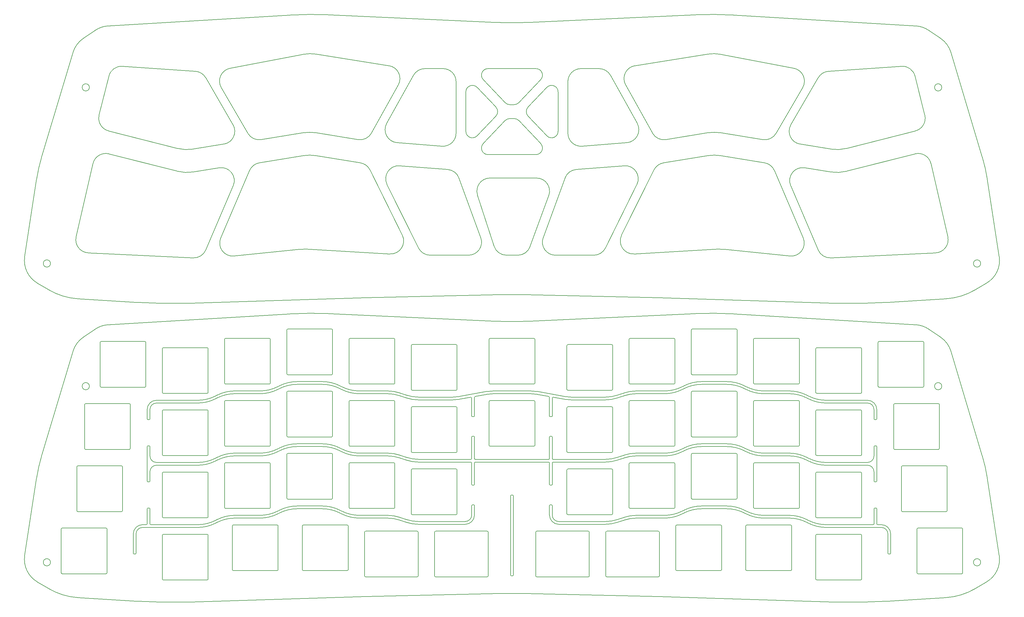
<source format=gbr>
%TF.GenerationSoftware,KiCad,Pcbnew,(6.0.7)*%
%TF.CreationDate,2022-09-18T01:13:10+03:00*%
%TF.ProjectId,tl40_fr4_gerbers,746c3430-5f66-4723-945f-676572626572,rev?*%
%TF.SameCoordinates,Original*%
%TF.FileFunction,Profile,NP*%
%FSLAX46Y46*%
G04 Gerber Fmt 4.6, Leading zero omitted, Abs format (unit mm)*
G04 Created by KiCad (PCBNEW (6.0.7)) date 2022-09-18 01:13:10*
%MOMM*%
%LPD*%
G01*
G04 APERTURE LIST*
%TA.AperFunction,Profile*%
%ADD10C,0.200000*%
%TD*%
G04 APERTURE END LIST*
D10*
X44634084Y-31544774D02*
G75*
G03*
X40479599Y-34565241I-273915J-3990610D01*
G01*
X307835818Y-59404961D02*
X298236228Y-27339701D01*
X95607695Y-15883569D02*
X40293840Y-19184208D01*
X116723240Y-54011505D02*
G75*
G03*
X120861391Y-52008377I642789J3948051D01*
G01*
X295414379Y-38015377D02*
G75*
G03*
X295414379Y-38015377I-1100000J0D01*
G01*
X120861391Y-52008377D02*
X129065815Y-37263667D01*
X87112820Y-54020463D02*
X100017178Y-51919369D01*
X146745606Y-36267877D02*
G75*
G03*
X142745628Y-32267877I-3999977J23D01*
G01*
X75659268Y-55396875D02*
X66312691Y-56918689D01*
X22595629Y-91950377D02*
G75*
G03*
X22595629Y-91950377I-1100000J0D01*
G01*
X167874986Y-101507539D02*
X208658129Y-102417877D01*
X307320629Y-91950377D02*
G75*
G03*
X307320629Y-91950377I-1100000J0D01*
G01*
X227834110Y-27899987D02*
G75*
G03*
X223693683Y-27836028I-2252781J-11786667D01*
G01*
X227699080Y-51919369D02*
G75*
G03*
X223842178Y-51919369I-1928451J-11844010D01*
G01*
X240603439Y-54020463D02*
X227699080Y-51919369D01*
X240603435Y-54020490D02*
G75*
G03*
X244704305Y-52082899I642794J3948036D01*
G01*
X142432365Y-56029068D02*
G75*
G03*
X146745629Y-52041327I313264J3987714D01*
G01*
X103874080Y-51919369D02*
X116723245Y-54011476D01*
X19880444Y-59404961D02*
G75*
G03*
X18363142Y-66130657I47899385J-14339993D01*
G01*
X313004042Y-89825168D02*
X309353116Y-66130657D01*
X70112363Y-35055203D02*
X78474500Y-49438418D01*
X223842178Y-51919369D02*
X210993013Y-54011476D01*
X206854893Y-52008363D02*
G75*
G03*
X210993013Y-54011476I3495336J1944909D01*
G01*
X309353123Y-66130656D02*
G75*
G03*
X307835818Y-59404961I-49416594J-7614298D01*
G01*
X83011978Y-52082885D02*
G75*
G03*
X87112820Y-54020463I3458051J2010431D01*
G01*
X70112376Y-35055195D02*
G75*
G03*
X66928228Y-33075039I-3458047J-2010459D01*
G01*
X158325558Y-18107528D02*
X108288085Y-15798106D01*
X119058129Y-102417877D02*
X159841272Y-101507539D01*
X103874080Y-51919369D02*
G75*
G03*
X100017178Y-51919369I-1928451J-11844010D01*
G01*
X18363142Y-66130657D02*
X14712215Y-89825169D01*
X167874986Y-101507539D02*
G75*
G03*
X159841272Y-101507539I-4016857J-179956842D01*
G01*
X31012762Y-102762201D02*
X48786581Y-103855974D01*
X34501879Y-38015377D02*
G75*
G03*
X34501879Y-38015377I-1100000J0D01*
G01*
X104022575Y-27836027D02*
G75*
G03*
X99882148Y-27899986I-1887646J-11850627D01*
G01*
X18535890Y-97923062D02*
X22033663Y-99998977D01*
X126199702Y-31368555D02*
X104022575Y-27836028D01*
X44634084Y-31544773D02*
X66928228Y-33075039D01*
X137197442Y-32267877D02*
X142745628Y-32267877D01*
X14712215Y-89825169D02*
G75*
G03*
X18535890Y-97923062I7906692J-1218287D01*
G01*
X232108563Y-15883570D02*
G75*
G03*
X219428173Y-15798106I-7147834J-119787184D01*
G01*
X142432367Y-56029042D02*
X128707277Y-54950844D01*
X125525210Y-49018218D02*
X133702114Y-34322966D01*
X32647794Y-23017111D02*
G75*
G03*
X29480030Y-27339701I4496165J-6616993D01*
G01*
X40293840Y-19184216D02*
G75*
G03*
X36274202Y-20553014I476489J-7985738D01*
G01*
X108288085Y-15798105D02*
G75*
G03*
X95607695Y-15883569I-5532556J-119872649D01*
G01*
X36274202Y-20553014D02*
X32647794Y-23017111D01*
X158325558Y-18107528D02*
G75*
G03*
X169390701Y-18107528I5532572J119872201D01*
G01*
X29480030Y-27339701D02*
X19880440Y-59404960D01*
X287422418Y-19184208D02*
X232108563Y-15883569D01*
X37495510Y-46501597D02*
X40479599Y-34565241D01*
X137197442Y-32267877D02*
G75*
G03*
X133702114Y-34322966I-13J-3999977D01*
G01*
X146745628Y-36267877D02*
X146745629Y-52041327D01*
X99882148Y-27899986D02*
X77589712Y-32160737D01*
X219428173Y-15798106D02*
X169390701Y-18107528D01*
X37495514Y-46501598D02*
G75*
G03*
X40389120Y-51348067I3880565J-970146D01*
G01*
X129065839Y-37263680D02*
G75*
G03*
X126199702Y-31368555I-3495310J1944926D01*
G01*
X75659268Y-55396874D02*
G75*
G03*
X78474500Y-49438418I-642839J3948020D01*
G01*
X309180372Y-97923069D02*
G75*
G03*
X313004042Y-89825168I-4083043J6879615D01*
G01*
X77589723Y-32160796D02*
G75*
G03*
X74882590Y-38100065I750906J-3928858D01*
G01*
X125525216Y-49018221D02*
G75*
G03*
X128707277Y-54950844I3495323J-1944913D01*
G01*
X22033664Y-99998975D02*
G75*
G03*
X31012762Y-102762201I10207555J17199041D01*
G01*
X61423361Y-56703639D02*
X40389120Y-51348067D01*
X61423360Y-56703643D02*
G75*
G03*
X66312691Y-56918689I2960869J11628989D01*
G01*
X74882590Y-38100065D02*
X83011953Y-52082899D01*
X40498187Y-58375837D02*
X61423361Y-63703639D01*
X287236677Y-34565236D02*
G75*
G03*
X283082175Y-31544773I-3880548J-970118D01*
G01*
X78538211Y-68151203D02*
X70138183Y-87813051D01*
X78538213Y-68151204D02*
G75*
G03*
X74217022Y-62631702I-3678374J1571490D01*
G01*
X202191048Y-49018218D02*
X194014144Y-34322966D01*
X266292897Y-56703639D02*
X287327138Y-51348067D01*
X260788031Y-33075055D02*
G75*
G03*
X257603896Y-35055203I273898J-3990599D01*
G01*
X100665730Y-87567119D02*
X126479437Y-89029304D01*
X135237574Y-87193002D02*
G75*
G03*
X138822126Y-89417877I3584555J1775148D01*
G01*
X144184398Y-63166675D02*
X129520566Y-62014733D01*
X257603896Y-35055203D02*
X249241758Y-49438418D01*
X228962188Y-87611435D02*
G75*
G03*
X227050528Y-87567119I-1233059J-11936619D01*
G01*
X199008984Y-54950873D02*
G75*
G03*
X202191048Y-49018218I-313255J3987719D01*
G01*
X287218071Y-58375837D02*
X266292897Y-63703639D01*
X103874080Y-58919369D02*
G75*
G03*
X100017178Y-58919369I-1928451J-11844010D01*
G01*
X252833720Y-38100095D02*
G75*
G03*
X250126546Y-32160737I-3458091J2010441D01*
G01*
X292103495Y-61356676D02*
G75*
G03*
X287218071Y-58375837I-3898466J-895478D01*
G01*
X297259705Y-83803965D02*
X292103504Y-61356674D01*
X293553144Y-88694849D02*
G75*
G03*
X297259705Y-83803965I-191915J3995395D01*
G01*
X261448359Y-90236953D02*
X293553144Y-88694848D01*
X201516560Y-31368582D02*
G75*
G03*
X198650443Y-37263667I629169J-3950172D01*
G01*
X74715146Y-84121873D02*
X83531358Y-63485867D01*
X138822126Y-89417877D02*
X150549051Y-89417877D01*
X185283891Y-56029042D02*
X199008982Y-54950844D01*
X74715144Y-84121872D02*
G75*
G03*
X78804525Y-89672192I3678385J-1571482D01*
G01*
X201516556Y-31368555D02*
X223693683Y-27836028D01*
X290220749Y-46501597D02*
X287236659Y-34565241D01*
X100665730Y-87567114D02*
G75*
G03*
X98754070Y-87611430I-678601J-11980940D01*
G01*
X130290192Y-83260585D02*
X120408052Y-63305355D01*
X86566912Y-61109348D02*
X100017178Y-58919369D01*
X129520567Y-62014719D02*
G75*
G03*
X125622762Y-67777569I-313238J-3987735D01*
G01*
X125622762Y-67777569D02*
X135237583Y-87192998D01*
X154305798Y-84044249D02*
X147627883Y-65780762D01*
X257578057Y-87813059D02*
G75*
G03*
X261448359Y-90236953I3678372J1571505D01*
G01*
X261403567Y-63918689D02*
X253499236Y-62631702D01*
X227834110Y-27899986D02*
X250126546Y-32160737D01*
X66267900Y-90236933D02*
G75*
G03*
X70138183Y-87813051I191929J3995379D01*
G01*
X180970630Y-36267877D02*
X180970629Y-52041327D01*
X194014144Y-34322966D02*
G75*
G03*
X190518816Y-32267877I-3495315J-1944888D01*
G01*
X180970655Y-52041327D02*
G75*
G03*
X185283891Y-56029042I3999974J-27D01*
G01*
X40498189Y-58375828D02*
G75*
G03*
X35612754Y-61356674I-986960J-3876326D01*
G01*
X66267899Y-90236953D02*
X34163114Y-88694848D01*
X283082175Y-31544773D02*
X260788030Y-33075039D01*
X66312691Y-63918689D02*
X74217022Y-62631702D01*
X86566912Y-61109346D02*
G75*
G03*
X83531358Y-63485867I642817J-3948008D01*
G01*
X78804525Y-89672192D02*
X98754070Y-87611430D01*
X126479432Y-89029393D02*
G75*
G03*
X130290192Y-83260585I226197J3993639D01*
G01*
X120408055Y-63305354D02*
G75*
G03*
X117466327Y-61132465I-3584526J-1775100D01*
G01*
X150549051Y-89417867D02*
G75*
G03*
X154305798Y-84044249I-22J4000013D01*
G01*
X249241758Y-49438418D02*
G75*
G03*
X252056990Y-55396875I3458071J-2010436D01*
G01*
X252056990Y-55396875D02*
X261403567Y-56918689D01*
X30456554Y-83803965D02*
G75*
G03*
X34163114Y-88694848I3898475J-895489D01*
G01*
X261403568Y-63918685D02*
G75*
G03*
X266292897Y-63703639I1928461J11844031D01*
G01*
X190518816Y-32267877D02*
X184970630Y-32267877D01*
X30456553Y-83803965D02*
X35612754Y-61356674D01*
X103874080Y-58919369D02*
X117466327Y-61132465D01*
X61423360Y-63703643D02*
G75*
G03*
X66312691Y-63918689I2960869J11628989D01*
G01*
X147627855Y-65780772D02*
G75*
G03*
X144184398Y-63166675I-3756726J-1373582D01*
G01*
X227699080Y-58919369D02*
G75*
G03*
X223842178Y-58919369I-1928451J-11844010D01*
G01*
X184970630Y-32267855D02*
G75*
G03*
X180970630Y-36267877I-1J-3999999D01*
G01*
X206854868Y-52008377D02*
X198650443Y-37263667D01*
X252833669Y-38100065D02*
X244704305Y-52082899D01*
X287327151Y-51348119D02*
G75*
G03*
X290220749Y-46501597I-987022J3876365D01*
G01*
X261403568Y-56918685D02*
G75*
G03*
X266292897Y-56703639I1928461J11844031D01*
G01*
X161766713Y-42692555D02*
G75*
G03*
X163216961Y-43315306I1450216J1377201D01*
G01*
X172642012Y-55228158D02*
X165949542Y-48180728D01*
X171191747Y-58605377D02*
X156524386Y-58605377D01*
X223842178Y-58919369D02*
X210249931Y-61132465D01*
X163216961Y-43315306D02*
X164499288Y-43315306D01*
X197426064Y-83260584D02*
G75*
G03*
X201236821Y-89029304I3584545J-1775120D01*
G01*
X165949518Y-48180751D02*
G75*
G03*
X164499278Y-47557947I-1450289J-1377203D01*
G01*
X155074127Y-55228141D02*
G75*
G03*
X156524386Y-58605377I1450302J-1377213D01*
G01*
X253001112Y-84121873D02*
X244184900Y-63485867D01*
X253499229Y-62631748D02*
G75*
G03*
X249178047Y-68151203I-642800J-3948006D01*
G01*
X188894132Y-89417867D02*
G75*
G03*
X192478675Y-87192998I-3J4000013D01*
G01*
X183531858Y-63166646D02*
G75*
G03*
X180088375Y-65780762I313271J-3987708D01*
G01*
X241149346Y-61109348D02*
X227699080Y-58919369D01*
X244184898Y-63485868D02*
G75*
G03*
X241149346Y-61109348I-3678369J-1571486D01*
G01*
X227050528Y-87567119D02*
X201236821Y-89029304D01*
X197426066Y-83260585D02*
X207308206Y-63305355D01*
X210249931Y-61132468D02*
G75*
G03*
X207308206Y-63305355I642798J-3947986D01*
G01*
X188894132Y-89417877D02*
X177167207Y-89417877D01*
X183531860Y-63166675D02*
X198195692Y-62014733D01*
X171191747Y-58605351D02*
G75*
G03*
X172642012Y-55228158I-18J1999997D01*
G01*
X172642140Y-35645187D02*
G75*
G03*
X171191824Y-32267911I-1450311J1377233D01*
G01*
X165949541Y-42692537D02*
X172642092Y-35645142D01*
X161766717Y-48180716D02*
X155074133Y-55228146D01*
X163216971Y-47557947D02*
X164499278Y-47557947D01*
X164499288Y-43315291D02*
G75*
G03*
X165949541Y-42692537I41J1999937D01*
G01*
X155074164Y-35645265D02*
X161766719Y-42692549D01*
X173410451Y-84044246D02*
G75*
G03*
X177167207Y-89417877I3756778J-1373608D01*
G01*
X202093483Y-67777563D02*
G75*
G03*
X198195692Y-62014733I-3584554J1775109D01*
G01*
X202093496Y-67777569D02*
X192478675Y-87192998D01*
X173410460Y-84044249D02*
X180088375Y-65780762D01*
X248911733Y-89672190D02*
G75*
G03*
X253001112Y-84121873I410996J3978836D01*
G01*
X248911733Y-89672192D02*
X228962188Y-87611430D01*
X249178047Y-68151203D02*
X257578075Y-87813051D01*
X156524390Y-32268059D02*
G75*
G03*
X155074164Y-35645265I39J-1999995D01*
G01*
X156524390Y-32268022D02*
X171191824Y-32267911D01*
X262199929Y-104106399D02*
G75*
G03*
X278929677Y-103855974I5673700J179910145D01*
G01*
X278929677Y-103855974D02*
X296703496Y-102762201D01*
X298236213Y-27339706D02*
G75*
G03*
X295068463Y-23017111I-7663884J-2294348D01*
G01*
X295068463Y-23017111D02*
X291442056Y-20553013D01*
X291442060Y-20553007D02*
G75*
G03*
X287422418Y-19184208I-4496131J-6616947D01*
G01*
X65516329Y-104106395D02*
X119058129Y-102417877D01*
X305682593Y-99998977D02*
X309180368Y-97923062D01*
X208658129Y-102417877D02*
X262199929Y-104106395D01*
X296703496Y-102762209D02*
G75*
G03*
X305682593Y-99998977I-1228467J19962255D01*
G01*
X48786581Y-103855970D02*
G75*
G03*
X65516329Y-104106395I11056048J179659716D01*
G01*
X165649197Y-89417831D02*
G75*
G03*
X169405943Y-86791505I32J3999977D01*
G01*
X153195882Y-52850869D02*
X158928912Y-46813869D01*
X149745640Y-51473637D02*
G75*
G03*
X153195882Y-52850869I1999989J-17D01*
G01*
X149745629Y-51473637D02*
X149745629Y-39399737D01*
X177970655Y-39399675D02*
G75*
G03*
X174520336Y-38022427I-2000026J21D01*
G01*
X177970490Y-51473635D02*
X177970589Y-39399675D01*
X175123562Y-71154396D02*
G75*
G03*
X171366798Y-65780762I-3756733J1373642D01*
G01*
X158928901Y-44059395D02*
X153195871Y-38022494D01*
X168787313Y-46813857D02*
X174520225Y-52850837D01*
X158375184Y-86648494D02*
X153319133Y-71011379D01*
X163216971Y-47557979D02*
G75*
G03*
X161766717Y-48180716I-42J-1999975D01*
G01*
X158928928Y-46813885D02*
G75*
G03*
X158928901Y-44059395I-1450299J1377231D01*
G01*
X175123545Y-71154390D02*
X169405943Y-86791505D01*
X157125126Y-65780749D02*
G75*
G03*
X153319133Y-71011379I3J-4000005D01*
G01*
X165649197Y-89417877D02*
X162181177Y-89417877D01*
X168787340Y-44059422D02*
G75*
G03*
X168787313Y-46813857I1450289J-1377232D01*
G01*
X158375126Y-86648513D02*
G75*
G03*
X162181177Y-89417877I3806003J1230659D01*
G01*
X174520336Y-38022427D02*
X168787324Y-44059407D01*
X153195862Y-38022502D02*
G75*
G03*
X149745629Y-39399737I-1450233J-1377252D01*
G01*
X157125126Y-65780763D02*
X171366798Y-65780762D01*
X174520256Y-52850808D02*
G75*
G03*
X177970490Y-51473635I1450273J1377154D01*
G01*
X295414379Y-129537754D02*
G75*
G03*
X295414379Y-129537754I-1100000J0D01*
G01*
X34501879Y-129537754D02*
G75*
G03*
X34501879Y-129537754I-1100000J0D01*
G01*
X307320629Y-183472754D02*
G75*
G03*
X307320629Y-183472754I-1100000J0D01*
G01*
X22595629Y-183472754D02*
G75*
G03*
X22595629Y-183472754I-1100000J0D01*
G01*
X274420629Y-171942754D02*
G75*
G03*
X274670629Y-171692754I0J250000D01*
G01*
X274420629Y-171942754D02*
X260032544Y-171942754D01*
X274670629Y-167092755D02*
X274670629Y-171692754D01*
X275520629Y-171692754D02*
G75*
G03*
X275770629Y-171942754I250000J0D01*
G01*
X275520629Y-171692754D02*
X275520629Y-167092755D01*
X276923754Y-171942754D02*
X275770629Y-171942754D01*
X276923754Y-172792754D02*
X260032544Y-172792754D01*
X279773729Y-174792754D02*
G75*
G03*
X276923754Y-171942754I-2850000J0D01*
G01*
X278923748Y-174792735D02*
G75*
G03*
X276923754Y-172792735I-2000019J-19D01*
G01*
X278923754Y-180690254D02*
X278923754Y-174792735D01*
X279773754Y-180690254D02*
X279773754Y-174792754D01*
X279523754Y-180940279D02*
G75*
G03*
X279773754Y-180690254I-25J250025D01*
G01*
X279523754Y-180940254D02*
X279173754Y-180940254D01*
X278923729Y-180690254D02*
G75*
G03*
X279173754Y-180940254I250000J0D01*
G01*
X50792504Y-171942729D02*
G75*
G03*
X47942504Y-174792735I25J-2850025D01*
G01*
X47942504Y-180690254D02*
X47942504Y-174792735D01*
X50792504Y-171942735D02*
X51945631Y-171942735D01*
X50792504Y-172792729D02*
G75*
G03*
X48792504Y-174792754I25J-2000025D01*
G01*
X48792504Y-180690254D02*
X48792504Y-174792754D01*
X50792504Y-172792754D02*
X67683716Y-172792754D01*
X53045629Y-171692754D02*
G75*
G03*
X53295631Y-171942754I250000J0D01*
G01*
X53295631Y-171942754D02*
X67683716Y-171942754D01*
X53045631Y-167092750D02*
X53045631Y-171692754D01*
X51945631Y-171942756D02*
G75*
G03*
X52195631Y-171692735I-2J250002D01*
G01*
X52195631Y-167092750D02*
X52195631Y-171692735D01*
X48542504Y-180940229D02*
G75*
G03*
X48792504Y-180690254I25J249975D01*
G01*
X48542504Y-180940254D02*
X48192504Y-180940254D01*
X47942529Y-180690254D02*
G75*
G03*
X48192504Y-180940254I250000J0D01*
G01*
X171629037Y-131181180D02*
X179899722Y-132694328D01*
X147816539Y-132694328D02*
X156087220Y-131181180D01*
X53045635Y-155742754D02*
X53045635Y-158592753D01*
X53045635Y-148042754D02*
X53045635Y-150892754D01*
X52445635Y-147792760D02*
G75*
G03*
X52195635Y-148042754I-6J-249994D01*
G01*
X52195635Y-148042754D02*
X52195635Y-158592753D01*
X52795635Y-147792754D02*
X52445635Y-147792754D01*
X53045629Y-148042754D02*
G75*
G03*
X52795635Y-147792754I-250000J0D01*
G01*
X52795635Y-158842760D02*
G75*
G03*
X53045635Y-158592753I-6J250006D01*
G01*
X52795635Y-158842753D02*
X52445635Y-158842753D01*
X52195630Y-158592753D02*
G75*
G03*
X52445635Y-158842753I249999J-1D01*
G01*
X55045634Y-153742771D02*
G75*
G03*
X53045646Y-155742766I-5J-1999983D01*
G01*
X53045629Y-150892754D02*
G75*
G03*
X55045634Y-152892754I2000000J0D01*
G01*
X67683718Y-153742754D02*
X55045631Y-153742754D01*
X55045631Y-152892754D02*
X67683718Y-152892754D01*
X52445631Y-166842756D02*
G75*
G03*
X52195631Y-167092750I-2J-249998D01*
G01*
X52445631Y-166842750D02*
X52795631Y-166842750D01*
X53045633Y-167092750D02*
G75*
G03*
X52795631Y-166842750I-250004J-4D01*
G01*
X176189380Y-166140253D02*
X176189380Y-168990254D01*
X274670629Y-155742754D02*
X274670629Y-158592753D01*
X274670629Y-148042755D02*
X274670629Y-150892754D01*
X274670629Y-136692754D02*
X274670629Y-139542753D01*
X52195629Y-136692754D02*
X52195629Y-139542747D01*
X52195636Y-139542747D02*
G75*
G03*
X52445629Y-139792747I249993J-7D01*
G01*
X52445629Y-139792747D02*
X52795629Y-139792747D01*
X52795629Y-139792754D02*
G75*
G03*
X53045629Y-139542747I0J250000D01*
G01*
X53045629Y-136692748D02*
X53045629Y-139542747D01*
X55045636Y-134692754D02*
G75*
G03*
X53045629Y-136692748I-7J-2000000D01*
G01*
X55045629Y-133842754D02*
G75*
G03*
X52195629Y-136692754I0J-2850000D01*
G01*
X67683719Y-134692754D02*
X55045633Y-134692754D01*
X55045633Y-133842754D02*
X67683719Y-133842754D01*
X175089380Y-151940205D02*
G75*
G03*
X175339380Y-151690254I49J249951D01*
G01*
X175339380Y-149940254D02*
X175339380Y-151690254D01*
X173339380Y-151940254D02*
X175089380Y-151940254D01*
X175339430Y-153040253D02*
G75*
G03*
X175089380Y-152790253I-250001J-1D01*
G01*
X175089380Y-152790253D02*
X173339380Y-152790253D01*
X175339380Y-153040253D02*
X175339380Y-154790254D01*
X176439380Y-152790305D02*
G75*
G03*
X176189380Y-153040254I-51J-249949D01*
G01*
X176189380Y-154790254D02*
X176189380Y-153040254D01*
X178189380Y-152790254D02*
X176439380Y-152790254D01*
X176189329Y-151690254D02*
G75*
G03*
X176439380Y-151940254I250000J0D01*
G01*
X176189380Y-149940254D02*
X176189380Y-151690254D01*
X176439380Y-151940254D02*
X178189380Y-151940254D01*
X151526830Y-153040253D02*
G75*
G03*
X151276879Y-152790253I-250001J-1D01*
G01*
X151526879Y-154790253D02*
X151526879Y-153040253D01*
X149526879Y-152790253D02*
X151276879Y-152790253D01*
X152626879Y-152790304D02*
G75*
G03*
X152376879Y-153040253I-50J-249950D01*
G01*
X152376879Y-154790253D02*
X152376879Y-153040253D01*
X152626879Y-152790253D02*
X154376879Y-152790253D01*
X152376829Y-151690254D02*
G75*
G03*
X152626879Y-151940254I250000J0D01*
G01*
X152626879Y-151940254D02*
X154376879Y-151940254D01*
X152376879Y-151690254D02*
X152376879Y-149940254D01*
X151276879Y-151940204D02*
G75*
G03*
X151526879Y-151690254I50J249950D01*
G01*
X149526879Y-151940254D02*
X151276879Y-151940254D01*
X151526879Y-149940256D02*
X151526879Y-151690254D01*
X151526879Y-145137756D02*
X151526879Y-149940256D01*
X67683717Y-153742749D02*
G75*
G03*
X73099501Y-152451129I12J11999995D01*
G01*
X73641760Y-152176879D02*
X73099501Y-152451129D01*
X79057544Y-150885260D02*
G75*
G03*
X73641760Y-152176879I-15J-11999994D01*
G01*
X86733715Y-150885254D02*
X79057544Y-150885254D01*
X176189380Y-154790254D02*
X176189380Y-159592753D01*
X178189380Y-152790254D02*
X192402063Y-152790253D01*
X178189380Y-151940254D02*
X192402063Y-151940254D01*
X176189380Y-145137754D02*
X176189380Y-149940254D01*
X179899722Y-133544325D02*
G75*
G03*
X182059315Y-133740254I2159607J11804071D01*
G01*
X192402062Y-133740254D02*
X182059315Y-133740254D01*
X176484371Y-132919479D02*
X179899722Y-133544328D01*
X179899722Y-132694325D02*
G75*
G03*
X182059314Y-132890254I2159607J11804071D01*
G01*
X182059314Y-132890254D02*
X192402062Y-132890254D01*
X171629038Y-132031183D02*
G75*
G03*
X169469445Y-131835254I-2159609J-11804071D01*
G01*
X171629039Y-132031180D02*
X175134371Y-132672492D01*
X169469445Y-131835254D02*
X158246813Y-131835254D01*
X171629036Y-131181183D02*
G75*
G03*
X169469446Y-130985254I-2159607J-11804071D01*
G01*
X158246813Y-130985254D02*
X169469446Y-130985254D01*
X158246813Y-131835251D02*
G75*
G03*
X156087221Y-132031180I16J-12000003D01*
G01*
X152581887Y-132672492D02*
X156087221Y-132031180D01*
X158246813Y-130985251D02*
G75*
G03*
X156087220Y-131181180I16J-12000003D01*
G01*
X145656946Y-133740257D02*
G75*
G03*
X147816540Y-133544328I-17J12000003D01*
G01*
X147816540Y-133544328D02*
X151231887Y-132919479D01*
X145656946Y-133740254D02*
X135314196Y-133740254D01*
X145656946Y-132890257D02*
G75*
G03*
X147816539Y-132694328I-17J12000003D01*
G01*
X135314196Y-132890254D02*
X145656946Y-132890254D01*
X151526778Y-133165397D02*
G75*
G03*
X151231887Y-132919479I-249949J43D01*
G01*
X151526879Y-138637754D02*
X151526879Y-133165397D01*
X152581887Y-132672494D02*
G75*
G03*
X152376879Y-132918410I45042J-245960D01*
G01*
X152376879Y-138637754D02*
X152376879Y-132918410D01*
X175339381Y-132918410D02*
G75*
G03*
X175134371Y-132672492I-250052J-44D01*
G01*
X175339379Y-138637754D02*
X175339379Y-132918410D01*
X176484389Y-132919379D02*
G75*
G03*
X176189379Y-133165397I-44960J-245975D01*
G01*
X176189379Y-138637754D02*
X176189379Y-133165397D01*
X175339380Y-154790253D02*
X175339380Y-159592753D01*
X173339380Y-152790253D02*
X154376879Y-152790253D01*
X154376879Y-151940254D02*
X173339380Y-151940254D01*
X175339380Y-145137754D02*
X175339380Y-149940254D01*
X152376879Y-145137754D02*
X152376879Y-149940254D01*
X152376879Y-154790253D02*
X152376879Y-159592753D01*
X151526879Y-154790253D02*
X151526879Y-159592753D01*
X135314197Y-152790254D02*
X149526879Y-152790253D01*
X135314196Y-151940254D02*
X149526879Y-151940254D01*
X164283130Y-163116503D02*
X164283129Y-187390255D01*
X163433130Y-163116503D02*
X163433129Y-187390255D01*
X163683130Y-162866455D02*
G75*
G03*
X163433130Y-163116503I-1J-249999D01*
G01*
X163683130Y-162866503D02*
X164033130Y-162866503D01*
X164283180Y-163116503D02*
G75*
G03*
X164033130Y-162866503I-250051J-51D01*
G01*
X163433128Y-187390255D02*
G75*
G03*
X163683129Y-187640255I250001J1D01*
G01*
X163683129Y-187640255D02*
X164033129Y-187640255D01*
X164033129Y-187640254D02*
G75*
G03*
X164283129Y-187390255I0J250000D01*
G01*
X192402061Y-171840254D02*
X178189380Y-171840254D01*
X178189380Y-170990254D02*
X192402061Y-170990254D01*
X175589380Y-165890305D02*
G75*
G03*
X175339380Y-166140253I-51J-249949D01*
G01*
X175339380Y-168990254D02*
X175339380Y-166140253D01*
X175589380Y-165890253D02*
X175939380Y-165890253D01*
X176189430Y-166140253D02*
G75*
G03*
X175939380Y-165890253I-250001J-1D01*
G01*
X176189429Y-168990254D02*
G75*
G03*
X178189380Y-170990254I2000000J0D01*
G01*
X175339429Y-168990254D02*
G75*
G03*
X178189380Y-171840254I2850000J0D01*
G01*
X175339329Y-138637754D02*
G75*
G03*
X175589379Y-138887754I250000J0D01*
G01*
X175589379Y-138887754D02*
X175939379Y-138887754D01*
X175939379Y-138887704D02*
G75*
G03*
X176189379Y-138637754I50J249950D01*
G01*
X175339330Y-159592753D02*
G75*
G03*
X175589380Y-159842753I249999J-1D01*
G01*
X175589380Y-159842753D02*
X175939380Y-159842753D01*
X175939380Y-159842705D02*
G75*
G03*
X176189380Y-159592753I49J249951D01*
G01*
X175589380Y-144887805D02*
G75*
G03*
X175339380Y-145137754I-51J-249949D01*
G01*
X175589380Y-144887754D02*
X175939380Y-144887754D01*
X176189429Y-145137754D02*
G75*
G03*
X175939380Y-144887754I-250000J0D01*
G01*
X149526879Y-171840254D02*
X135314196Y-171840254D01*
X135314196Y-170990254D02*
X149526879Y-170990254D01*
X151776879Y-165890304D02*
G75*
G03*
X151526879Y-166140255I-50J-249950D01*
G01*
X151526879Y-166140255D02*
X151526879Y-168990254D01*
X151776879Y-165890255D02*
X152126879Y-165890255D01*
X152376928Y-166140255D02*
G75*
G03*
X152126879Y-165890255I-249999J1D01*
G01*
X152376879Y-166140255D02*
X152376879Y-168990254D01*
X149526879Y-170990204D02*
G75*
G03*
X151526879Y-168990254I50J1999950D01*
G01*
X149526879Y-171840304D02*
G75*
G03*
X152376879Y-168990254I-50J2850050D01*
G01*
X151526830Y-159592753D02*
G75*
G03*
X151776879Y-159842753I249999J-1D01*
G01*
X151776879Y-159842753D02*
X152126879Y-159842753D01*
X152126879Y-159842704D02*
G75*
G03*
X152376879Y-159592753I50J249950D01*
G01*
X151526829Y-138637754D02*
G75*
G03*
X151776879Y-138887754I250000J0D01*
G01*
X151776879Y-138887754D02*
X152126879Y-138887754D01*
X152126879Y-138887704D02*
G75*
G03*
X152376879Y-138637754I50J249950D01*
G01*
X151776879Y-144887804D02*
G75*
G03*
X151526879Y-145137754I-50J-249950D01*
G01*
X151776879Y-144887754D02*
X152126879Y-144887754D01*
X152376929Y-145137754D02*
G75*
G03*
X152126879Y-144887754I-250000J0D01*
G01*
X192876879Y-187940254D02*
X208658129Y-187940254D01*
X192876879Y-173940254D02*
X208658129Y-173940254D01*
X187226879Y-187940254D02*
X171445629Y-187940254D01*
X171445629Y-173940254D02*
X187226879Y-173940254D01*
X140489379Y-187940254D02*
X156270629Y-187940254D01*
X140489379Y-173940254D02*
X156270629Y-173940254D01*
X134839379Y-187940254D02*
X119058129Y-187940254D01*
X119058129Y-173940254D02*
X134839379Y-173940254D01*
X70545629Y-188892754D02*
G75*
G03*
X70845629Y-188592754I0J300000D01*
G01*
X56845629Y-188592754D02*
G75*
G03*
X57145629Y-188892754I300000J0D01*
G01*
X70845629Y-175192754D02*
G75*
G03*
X70545629Y-174892754I-300000J0D01*
G01*
X57145629Y-174892754D02*
G75*
G03*
X56845629Y-175192754I0J-300000D01*
G01*
X70845629Y-175192754D02*
X70845629Y-188592754D01*
X56845629Y-175192754D02*
X56845629Y-188592754D01*
X57145629Y-188892754D02*
X70545629Y-188892754D01*
X57145629Y-174892754D02*
X70545629Y-174892754D01*
X270570629Y-188892754D02*
G75*
G03*
X270870629Y-188592754I0J300000D01*
G01*
X256870629Y-188592754D02*
G75*
G03*
X257170629Y-188892754I300000J0D01*
G01*
X270870629Y-175192754D02*
G75*
G03*
X270570629Y-174892754I-300000J0D01*
G01*
X257170629Y-174892754D02*
G75*
G03*
X256870629Y-175192754I0J-300000D01*
G01*
X270870629Y-175192754D02*
X270870629Y-188592754D01*
X256870629Y-175192754D02*
X256870629Y-188592754D01*
X257170629Y-188892754D02*
X270570629Y-188892754D01*
X257170629Y-174892754D02*
X270570629Y-174892754D01*
X208658129Y-187940254D02*
G75*
G03*
X208958129Y-187640254I0J300000D01*
G01*
X208958129Y-174240254D02*
G75*
G03*
X208658129Y-173940254I-300000J0D01*
G01*
X208958129Y-174240254D02*
X208958129Y-187640254D01*
X192576929Y-187640254D02*
G75*
G03*
X192876879Y-187940254I300000J0D01*
G01*
X192876879Y-173940204D02*
G75*
G03*
X192576879Y-174240254I50J-300050D01*
G01*
X192576879Y-174240254D02*
X192576879Y-187640254D01*
X187226879Y-187940304D02*
G75*
G03*
X187526879Y-187640254I-50J300050D01*
G01*
X187526829Y-174240254D02*
G75*
G03*
X187226879Y-173940254I-300000J0D01*
G01*
X187526879Y-174240254D02*
X187526879Y-187640254D01*
X171145629Y-187640254D02*
G75*
G03*
X171445629Y-187940254I300000J0D01*
G01*
X171445629Y-173940254D02*
G75*
G03*
X171145629Y-174240254I0J-300000D01*
G01*
X171145629Y-174240254D02*
X171145629Y-187640254D01*
X156270629Y-187940254D02*
G75*
G03*
X156570629Y-187640254I0J300000D01*
G01*
X156570629Y-174240254D02*
G75*
G03*
X156270629Y-173940254I-300000J0D01*
G01*
X156570629Y-174240254D02*
X156570629Y-187640254D01*
X140189429Y-187640254D02*
G75*
G03*
X140489379Y-187940254I300000J0D01*
G01*
X140489379Y-173940204D02*
G75*
G03*
X140189379Y-174240254I50J-300050D01*
G01*
X140189379Y-174240254D02*
X140189379Y-187640254D01*
X134839379Y-187940304D02*
G75*
G03*
X135139379Y-187640254I-50J300050D01*
G01*
X135139329Y-174240254D02*
G75*
G03*
X134839379Y-173940254I-300000J0D01*
G01*
X135139379Y-174240254D02*
X135139379Y-187640254D01*
X118758129Y-187640254D02*
G75*
G03*
X119058129Y-187940254I300000J0D01*
G01*
X119058129Y-173940254D02*
G75*
G03*
X118758129Y-174240254I0J-300000D01*
G01*
X118758129Y-174240254D02*
X118758129Y-187640254D01*
X301526879Y-186987804D02*
G75*
G03*
X301826879Y-186687754I-50J300050D01*
G01*
X287826929Y-186687754D02*
G75*
G03*
X288126879Y-186987754I300000J0D01*
G01*
X301826829Y-173287754D02*
G75*
G03*
X301526879Y-172987754I-300000J0D01*
G01*
X288126879Y-172987704D02*
G75*
G03*
X287826879Y-173287754I50J-300050D01*
G01*
X301826879Y-173287754D02*
X301826879Y-186687754D01*
X287826879Y-173287754D02*
X287826879Y-186687754D01*
X288126879Y-186987754D02*
X301526879Y-186987754D01*
X288126879Y-172987754D02*
X301526879Y-172987754D01*
X39589379Y-186987804D02*
G75*
G03*
X39889379Y-186687754I-50J300050D01*
G01*
X25889429Y-186687754D02*
G75*
G03*
X26189379Y-186987754I300000J0D01*
G01*
X39889329Y-173287754D02*
G75*
G03*
X39589379Y-172987754I-300000J0D01*
G01*
X26189379Y-172987704D02*
G75*
G03*
X25889379Y-173287754I50J-300050D01*
G01*
X39889379Y-173287754D02*
X39889379Y-186687754D01*
X25889379Y-173287754D02*
X25889379Y-186687754D01*
X26189379Y-186987754D02*
X39589379Y-186987754D01*
X26189379Y-172987754D02*
X39589379Y-172987754D01*
X249139379Y-186035304D02*
G75*
G03*
X249439379Y-185735254I-50J300050D01*
G01*
X235439429Y-185735254D02*
G75*
G03*
X235739379Y-186035254I300000J0D01*
G01*
X249439329Y-172335254D02*
G75*
G03*
X249139379Y-172035254I-300000J0D01*
G01*
X235739379Y-172035204D02*
G75*
G03*
X235439379Y-172335254I50J-300050D01*
G01*
X249439379Y-172335254D02*
X249439379Y-185735254D01*
X235439379Y-172335254D02*
X235439379Y-185735254D01*
X235739379Y-186035254D02*
X249139379Y-186035254D01*
X235739379Y-172035254D02*
X249139379Y-172035254D01*
X227708129Y-186035254D02*
G75*
G03*
X228008129Y-185735254I0J300000D01*
G01*
X214008129Y-185735254D02*
G75*
G03*
X214308129Y-186035254I300000J0D01*
G01*
X228008129Y-172335254D02*
G75*
G03*
X227708129Y-172035254I-300000J0D01*
G01*
X214308129Y-172035254D02*
G75*
G03*
X214008129Y-172335254I0J-300000D01*
G01*
X228008129Y-172335254D02*
X228008129Y-185735254D01*
X214008129Y-172335254D02*
X214008129Y-185735254D01*
X214308129Y-186035254D02*
X227708129Y-186035254D01*
X214308129Y-172035254D02*
X227708129Y-172035254D01*
X113408129Y-186035254D02*
G75*
G03*
X113708129Y-185735254I0J300000D01*
G01*
X99708129Y-185735254D02*
G75*
G03*
X100008129Y-186035254I300000J0D01*
G01*
X113708129Y-172335254D02*
G75*
G03*
X113408129Y-172035254I-300000J0D01*
G01*
X100008129Y-172035254D02*
G75*
G03*
X99708129Y-172335254I0J-300000D01*
G01*
X113708129Y-172335254D02*
X113708129Y-185735254D01*
X99708129Y-172335254D02*
X99708129Y-185735254D01*
X100008129Y-186035254D02*
X113408129Y-186035254D01*
X100008129Y-172035254D02*
X113408129Y-172035254D01*
X91976879Y-186035304D02*
G75*
G03*
X92276879Y-185735254I-50J300050D01*
G01*
X78276929Y-185735254D02*
G75*
G03*
X78576879Y-186035254I300000J0D01*
G01*
X92276829Y-172335254D02*
G75*
G03*
X91976879Y-172035254I-300000J0D01*
G01*
X78576879Y-172035204D02*
G75*
G03*
X78276879Y-172335254I50J-300050D01*
G01*
X92276879Y-172335254D02*
X92276879Y-185735254D01*
X78276879Y-172335254D02*
X78276879Y-185735254D01*
X78576879Y-186035254D02*
X91976879Y-186035254D01*
X78576879Y-172035254D02*
X91976879Y-172035254D01*
X270570629Y-169842754D02*
G75*
G03*
X270870629Y-169542754I0J300000D01*
G01*
X256870629Y-169542754D02*
G75*
G03*
X257170629Y-169842754I300000J0D01*
G01*
X270870629Y-156142754D02*
G75*
G03*
X270570629Y-155842754I-300000J0D01*
G01*
X257170629Y-155842754D02*
G75*
G03*
X256870629Y-156142754I0J-300000D01*
G01*
X270870629Y-156142754D02*
X270870629Y-169542754D01*
X256870629Y-156142754D02*
X256870629Y-169542754D01*
X257170629Y-169842754D02*
X270570629Y-169842754D01*
X257170629Y-155842754D02*
X270570629Y-155842754D01*
X70545629Y-169842754D02*
G75*
G03*
X70845629Y-169542754I0J300000D01*
G01*
X56845629Y-169542754D02*
G75*
G03*
X57145629Y-169842754I300000J0D01*
G01*
X70845629Y-156142754D02*
G75*
G03*
X70545629Y-155842754I-300000J0D01*
G01*
X57145629Y-155842754D02*
G75*
G03*
X56845629Y-156142754I0J-300000D01*
G01*
X70845629Y-156142754D02*
X70845629Y-169542754D01*
X56845629Y-156142754D02*
X56845629Y-169542754D01*
X57145629Y-169842754D02*
X70545629Y-169842754D01*
X57145629Y-155842754D02*
X70545629Y-155842754D01*
X194370629Y-168890254D02*
G75*
G03*
X194670629Y-168590254I0J300000D01*
G01*
X180670629Y-168590254D02*
G75*
G03*
X180970629Y-168890254I300000J0D01*
G01*
X194670629Y-155190254D02*
G75*
G03*
X194370629Y-154890254I-300000J0D01*
G01*
X180970629Y-154890254D02*
G75*
G03*
X180670629Y-155190254I0J-300000D01*
G01*
X194670629Y-155190254D02*
X194670629Y-168590254D01*
X180670629Y-155190254D02*
X180670629Y-168590254D01*
X180970629Y-168890254D02*
X194370629Y-168890254D01*
X180970629Y-154890254D02*
X194370629Y-154890254D01*
X146745629Y-168890254D02*
G75*
G03*
X147045629Y-168590254I0J300000D01*
G01*
X133045629Y-168590254D02*
G75*
G03*
X133345629Y-168890254I300000J0D01*
G01*
X147045629Y-155190254D02*
G75*
G03*
X146745629Y-154890254I-300000J0D01*
G01*
X133345629Y-154890254D02*
G75*
G03*
X133045629Y-155190254I0J-300000D01*
G01*
X147045629Y-155190254D02*
X147045629Y-168590254D01*
X133045629Y-155190254D02*
X133045629Y-168590254D01*
X133345629Y-168890254D02*
X146745629Y-168890254D01*
X133345629Y-154890254D02*
X146745629Y-154890254D01*
X296764379Y-167937804D02*
G75*
G03*
X297064379Y-167637754I-50J300050D01*
G01*
X283064429Y-167637754D02*
G75*
G03*
X283364379Y-167937754I300000J0D01*
G01*
X297064329Y-154237754D02*
G75*
G03*
X296764379Y-153937754I-300000J0D01*
G01*
X283364379Y-153937704D02*
G75*
G03*
X283064379Y-154237754I50J-300050D01*
G01*
X297064379Y-154237754D02*
X297064379Y-167637754D01*
X283064379Y-154237754D02*
X283064379Y-167637754D01*
X283364379Y-167937754D02*
X296764379Y-167937754D01*
X283364379Y-153937754D02*
X296764379Y-153937754D01*
X44351879Y-167937804D02*
G75*
G03*
X44651879Y-167637754I-50J300050D01*
G01*
X30651929Y-167637754D02*
G75*
G03*
X30951879Y-167937754I300000J0D01*
G01*
X44651829Y-154237754D02*
G75*
G03*
X44351879Y-153937754I-300000J0D01*
G01*
X30951879Y-153937704D02*
G75*
G03*
X30651879Y-154237754I50J-300050D01*
G01*
X44651879Y-154237754D02*
X44651879Y-167637754D01*
X30651879Y-154237754D02*
X30651879Y-167637754D01*
X30951879Y-167937754D02*
X44351879Y-167937754D01*
X30951879Y-153937754D02*
X44351879Y-153937754D01*
X251520629Y-166985254D02*
G75*
G03*
X251820629Y-166685254I0J300000D01*
G01*
X237820629Y-166685254D02*
G75*
G03*
X238120629Y-166985254I300000J0D01*
G01*
X251820629Y-153285254D02*
G75*
G03*
X251520629Y-152985254I-300000J0D01*
G01*
X238120629Y-152985254D02*
G75*
G03*
X237820629Y-153285254I0J-300000D01*
G01*
X251820629Y-153285254D02*
X251820629Y-166685254D01*
X237820629Y-153285254D02*
X237820629Y-166685254D01*
X238120629Y-166985254D02*
X251520629Y-166985254D01*
X238120629Y-152985254D02*
X251520629Y-152985254D01*
X213420629Y-166985254D02*
G75*
G03*
X213720629Y-166685254I0J300000D01*
G01*
X199720629Y-166685254D02*
G75*
G03*
X200020629Y-166985254I300000J0D01*
G01*
X213720629Y-153285254D02*
G75*
G03*
X213420629Y-152985254I-300000J0D01*
G01*
X200020629Y-152985254D02*
G75*
G03*
X199720629Y-153285254I0J-300000D01*
G01*
X213720629Y-153285254D02*
X213720629Y-166685254D01*
X199720629Y-153285254D02*
X199720629Y-166685254D01*
X200020629Y-166985254D02*
X213420629Y-166985254D01*
X200020629Y-152985254D02*
X213420629Y-152985254D01*
X127695629Y-166985254D02*
G75*
G03*
X127995629Y-166685254I0J300000D01*
G01*
X113995629Y-166685254D02*
G75*
G03*
X114295629Y-166985254I300000J0D01*
G01*
X127995629Y-153285254D02*
G75*
G03*
X127695629Y-152985254I-300000J0D01*
G01*
X114295629Y-152985254D02*
G75*
G03*
X113995629Y-153285254I0J-300000D01*
G01*
X127995629Y-153285254D02*
X127995629Y-166685254D01*
X113995629Y-153285254D02*
X113995629Y-166685254D01*
X114295629Y-166985254D02*
X127695629Y-166985254D01*
X114295629Y-152985254D02*
X127695629Y-152985254D01*
X89595629Y-166985254D02*
G75*
G03*
X89895629Y-166685254I0J300000D01*
G01*
X75895629Y-166685254D02*
G75*
G03*
X76195629Y-166985254I300000J0D01*
G01*
X89895629Y-153285254D02*
G75*
G03*
X89595629Y-152985254I-300000J0D01*
G01*
X76195629Y-152985254D02*
G75*
G03*
X75895629Y-153285254I0J-300000D01*
G01*
X89895629Y-153285254D02*
X89895629Y-166685254D01*
X75895629Y-153285254D02*
X75895629Y-166685254D01*
X76195629Y-166985254D02*
X89595629Y-166985254D01*
X76195629Y-152985254D02*
X89595629Y-152985254D01*
X232470629Y-164127754D02*
G75*
G03*
X232770629Y-163827754I0J300000D01*
G01*
X218770629Y-163827754D02*
G75*
G03*
X219070629Y-164127754I300000J0D01*
G01*
X232770629Y-150427754D02*
G75*
G03*
X232470629Y-150127754I-300000J0D01*
G01*
X219070629Y-150127754D02*
G75*
G03*
X218770629Y-150427754I0J-300000D01*
G01*
X232770629Y-150427754D02*
X232770629Y-163827754D01*
X218770629Y-150427754D02*
X218770629Y-163827754D01*
X219070629Y-164127754D02*
X232470629Y-164127754D01*
X219070629Y-150127754D02*
X232470629Y-150127754D01*
X108645629Y-164127754D02*
G75*
G03*
X108945629Y-163827754I0J300000D01*
G01*
X94945629Y-163827754D02*
G75*
G03*
X95245629Y-164127754I300000J0D01*
G01*
X108945629Y-150427754D02*
G75*
G03*
X108645629Y-150127754I-300000J0D01*
G01*
X95245629Y-150127754D02*
G75*
G03*
X94945629Y-150427754I0J-300000D01*
G01*
X108945629Y-150427754D02*
X108945629Y-163827754D01*
X94945629Y-150427754D02*
X94945629Y-163827754D01*
X95245629Y-164127754D02*
X108645629Y-164127754D01*
X95245629Y-150127754D02*
X108645629Y-150127754D01*
X270570629Y-150792754D02*
G75*
G03*
X270870629Y-150492754I0J300000D01*
G01*
X256870629Y-150492754D02*
G75*
G03*
X257170629Y-150792754I300000J0D01*
G01*
X270870629Y-137092754D02*
G75*
G03*
X270570629Y-136792754I-300000J0D01*
G01*
X257170629Y-136792754D02*
G75*
G03*
X256870629Y-137092754I0J-300000D01*
G01*
X270870629Y-137092754D02*
X270870629Y-150492754D01*
X256870629Y-137092754D02*
X256870629Y-150492754D01*
X257170629Y-150792754D02*
X270570629Y-150792754D01*
X257170629Y-136792754D02*
X270570629Y-136792754D01*
X70545629Y-150792754D02*
G75*
G03*
X70845629Y-150492754I0J300000D01*
G01*
X56845629Y-150492754D02*
G75*
G03*
X57145629Y-150792754I300000J0D01*
G01*
X70845629Y-137092754D02*
G75*
G03*
X70545629Y-136792754I-300000J0D01*
G01*
X57145629Y-136792754D02*
G75*
G03*
X56845629Y-137092754I0J-300000D01*
G01*
X70845629Y-137092754D02*
X70845629Y-150492754D01*
X56845629Y-137092754D02*
X56845629Y-150492754D01*
X57145629Y-150792754D02*
X70545629Y-150792754D01*
X57145629Y-136792754D02*
X70545629Y-136792754D01*
X194370629Y-149840254D02*
G75*
G03*
X194670629Y-149540254I0J300000D01*
G01*
X180670629Y-149540254D02*
G75*
G03*
X180970629Y-149840254I300000J0D01*
G01*
X194670629Y-136140254D02*
G75*
G03*
X194370629Y-135840254I-300000J0D01*
G01*
X180970629Y-135840254D02*
G75*
G03*
X180670629Y-136140254I0J-300000D01*
G01*
X194670629Y-136140254D02*
X194670629Y-149540254D01*
X180670629Y-136140254D02*
X180670629Y-149540254D01*
X180970629Y-149840254D02*
X194370629Y-149840254D01*
X180970629Y-135840254D02*
X194370629Y-135840254D01*
X146745629Y-149840254D02*
G75*
G03*
X147045629Y-149540254I0J300000D01*
G01*
X133045629Y-149540254D02*
G75*
G03*
X133345629Y-149840254I300000J0D01*
G01*
X147045629Y-136140254D02*
G75*
G03*
X146745629Y-135840254I-300000J0D01*
G01*
X133345629Y-135840254D02*
G75*
G03*
X133045629Y-136140254I0J-300000D01*
G01*
X147045629Y-136140254D02*
X147045629Y-149540254D01*
X133045629Y-136140254D02*
X133045629Y-149540254D01*
X133345629Y-149840254D02*
X146745629Y-149840254D01*
X133345629Y-135840254D02*
X146745629Y-135840254D01*
X294383129Y-148887754D02*
G75*
G03*
X294683129Y-148587754I0J300000D01*
G01*
X280683129Y-148587754D02*
G75*
G03*
X280983129Y-148887754I300000J0D01*
G01*
X294683129Y-135187754D02*
G75*
G03*
X294383129Y-134887754I-300000J0D01*
G01*
X280983129Y-134887754D02*
G75*
G03*
X280683129Y-135187754I0J-300000D01*
G01*
X294683129Y-135187754D02*
X294683129Y-148587754D01*
X280683129Y-135187754D02*
X280683129Y-148587754D01*
X280983129Y-148887754D02*
X294383129Y-148887754D01*
X280983129Y-134887754D02*
X294383129Y-134887754D01*
X46733129Y-148887754D02*
G75*
G03*
X47033129Y-148587754I0J300000D01*
G01*
X33033129Y-148587754D02*
G75*
G03*
X33333129Y-148887754I300000J0D01*
G01*
X47033129Y-135187754D02*
G75*
G03*
X46733129Y-134887754I-300000J0D01*
G01*
X33333129Y-134887754D02*
G75*
G03*
X33033129Y-135187754I0J-300000D01*
G01*
X47033129Y-135187754D02*
X47033129Y-148587754D01*
X33033129Y-135187754D02*
X33033129Y-148587754D01*
X33333129Y-148887754D02*
X46733129Y-148887754D01*
X33333129Y-134887754D02*
X46733129Y-134887754D01*
X251520629Y-147935254D02*
G75*
G03*
X251820629Y-147635254I0J300000D01*
G01*
X237820629Y-147635254D02*
G75*
G03*
X238120629Y-147935254I300000J0D01*
G01*
X251820629Y-134235254D02*
G75*
G03*
X251520629Y-133935254I-300000J0D01*
G01*
X238120629Y-133935254D02*
G75*
G03*
X237820629Y-134235254I0J-300000D01*
G01*
X251820629Y-134235254D02*
X251820629Y-147635254D01*
X237820629Y-134235254D02*
X237820629Y-147635254D01*
X238120629Y-147935254D02*
X251520629Y-147935254D01*
X238120629Y-133935254D02*
X251520629Y-133935254D01*
X213420629Y-147935254D02*
G75*
G03*
X213720629Y-147635254I0J300000D01*
G01*
X199720629Y-147635254D02*
G75*
G03*
X200020629Y-147935254I300000J0D01*
G01*
X213720629Y-134235254D02*
G75*
G03*
X213420629Y-133935254I-300000J0D01*
G01*
X200020629Y-133935254D02*
G75*
G03*
X199720629Y-134235254I0J-300000D01*
G01*
X213720629Y-134235254D02*
X213720629Y-147635254D01*
X199720629Y-134235254D02*
X199720629Y-147635254D01*
X200020629Y-147935254D02*
X213420629Y-147935254D01*
X200020629Y-133935254D02*
X213420629Y-133935254D01*
X170558129Y-147935254D02*
G75*
G03*
X170858129Y-147635254I0J300000D01*
G01*
X156858129Y-147635254D02*
G75*
G03*
X157158129Y-147935254I300000J0D01*
G01*
X170858129Y-134235254D02*
G75*
G03*
X170558129Y-133935254I-300000J0D01*
G01*
X157158129Y-133935254D02*
G75*
G03*
X156858129Y-134235254I0J-300000D01*
G01*
X170858129Y-134235254D02*
X170858129Y-147635254D01*
X156858129Y-134235254D02*
X156858129Y-147635254D01*
X157158129Y-147935254D02*
X170558129Y-147935254D01*
X157158129Y-133935254D02*
X170558129Y-133935254D01*
X127695629Y-147935254D02*
G75*
G03*
X127995629Y-147635254I0J300000D01*
G01*
X113995629Y-147635254D02*
G75*
G03*
X114295629Y-147935254I300000J0D01*
G01*
X127995629Y-134235254D02*
G75*
G03*
X127695629Y-133935254I-300000J0D01*
G01*
X114295629Y-133935254D02*
G75*
G03*
X113995629Y-134235254I0J-300000D01*
G01*
X127995629Y-134235254D02*
X127995629Y-147635254D01*
X113995629Y-134235254D02*
X113995629Y-147635254D01*
X114295629Y-147935254D02*
X127695629Y-147935254D01*
X114295629Y-133935254D02*
X127695629Y-133935254D01*
X89595629Y-147935254D02*
G75*
G03*
X89895629Y-147635254I0J300000D01*
G01*
X75895629Y-147635254D02*
G75*
G03*
X76195629Y-147935254I300000J0D01*
G01*
X89895629Y-134235254D02*
G75*
G03*
X89595629Y-133935254I-300000J0D01*
G01*
X76195629Y-133935254D02*
G75*
G03*
X75895629Y-134235254I0J-300000D01*
G01*
X89895629Y-134235254D02*
X89895629Y-147635254D01*
X75895629Y-134235254D02*
X75895629Y-147635254D01*
X76195629Y-147935254D02*
X89595629Y-147935254D01*
X76195629Y-133935254D02*
X89595629Y-133935254D01*
X232470629Y-145077754D02*
G75*
G03*
X232770629Y-144777754I0J300000D01*
G01*
X218770629Y-144777754D02*
G75*
G03*
X219070629Y-145077754I300000J0D01*
G01*
X232770629Y-131377754D02*
G75*
G03*
X232470629Y-131077754I-300000J0D01*
G01*
X219070629Y-131077754D02*
G75*
G03*
X218770629Y-131377754I0J-300000D01*
G01*
X232770629Y-131377754D02*
X232770629Y-144777754D01*
X218770629Y-131377754D02*
X218770629Y-144777754D01*
X219070629Y-145077754D02*
X232470629Y-145077754D01*
X219070629Y-131077754D02*
X232470629Y-131077754D01*
X108645629Y-145077754D02*
G75*
G03*
X108945629Y-144777754I0J300000D01*
G01*
X94945629Y-144777754D02*
G75*
G03*
X95245629Y-145077754I300000J0D01*
G01*
X108945629Y-131377754D02*
G75*
G03*
X108645629Y-131077754I-300000J0D01*
G01*
X95245629Y-131077754D02*
G75*
G03*
X94945629Y-131377754I0J-300000D01*
G01*
X108945629Y-131377754D02*
X108945629Y-144777754D01*
X94945629Y-131377754D02*
X94945629Y-144777754D01*
X95245629Y-145077754D02*
X108645629Y-145077754D01*
X95245629Y-131077754D02*
X108645629Y-131077754D01*
X270570629Y-131742754D02*
G75*
G03*
X270870629Y-131442754I0J300000D01*
G01*
X256870629Y-131442754D02*
G75*
G03*
X257170629Y-131742754I300000J0D01*
G01*
X270870629Y-118042754D02*
G75*
G03*
X270570629Y-117742754I-300000J0D01*
G01*
X257170629Y-117742754D02*
G75*
G03*
X256870629Y-118042754I0J-300000D01*
G01*
X270870629Y-118042754D02*
X270870629Y-131442754D01*
X256870629Y-118042754D02*
X256870629Y-131442754D01*
X257170629Y-131742754D02*
X270570629Y-131742754D01*
X257170629Y-117742754D02*
X270570629Y-117742754D01*
X70545629Y-131742754D02*
G75*
G03*
X70845629Y-131442754I0J300000D01*
G01*
X56845629Y-131442754D02*
G75*
G03*
X57145629Y-131742754I300000J0D01*
G01*
X70845629Y-118042754D02*
G75*
G03*
X70545629Y-117742754I-300000J0D01*
G01*
X57145629Y-117742754D02*
G75*
G03*
X56845629Y-118042754I0J-300000D01*
G01*
X70845629Y-118042754D02*
X70845629Y-131442754D01*
X56845629Y-118042754D02*
X56845629Y-131442754D01*
X57145629Y-131742754D02*
X70545629Y-131742754D01*
X57145629Y-117742754D02*
X70545629Y-117742754D01*
X194370629Y-130790254D02*
G75*
G03*
X194670629Y-130490254I0J300000D01*
G01*
X180670629Y-130490254D02*
G75*
G03*
X180970629Y-130790254I300000J0D01*
G01*
X194670629Y-117090254D02*
G75*
G03*
X194370629Y-116790254I-300000J0D01*
G01*
X180970629Y-116790254D02*
G75*
G03*
X180670629Y-117090254I0J-300000D01*
G01*
X194670629Y-117090254D02*
X194670629Y-130490254D01*
X180670629Y-117090254D02*
X180670629Y-130490254D01*
X180970629Y-130790254D02*
X194370629Y-130790254D01*
X180970629Y-116790254D02*
X194370629Y-116790254D01*
X146745629Y-130790254D02*
G75*
G03*
X147045629Y-130490254I0J300000D01*
G01*
X133045629Y-130490254D02*
G75*
G03*
X133345629Y-130790254I300000J0D01*
G01*
X147045629Y-117090254D02*
G75*
G03*
X146745629Y-116790254I-300000J0D01*
G01*
X133345629Y-116790254D02*
G75*
G03*
X133045629Y-117090254I0J-300000D01*
G01*
X147045629Y-117090254D02*
X147045629Y-130490254D01*
X133045629Y-117090254D02*
X133045629Y-130490254D01*
X133345629Y-130790254D02*
X146745629Y-130790254D01*
X133345629Y-116790254D02*
X146745629Y-116790254D01*
X289620629Y-129837754D02*
G75*
G03*
X289920629Y-129537754I0J300000D01*
G01*
X275920629Y-129537754D02*
G75*
G03*
X276220629Y-129837754I300000J0D01*
G01*
X289920629Y-116137754D02*
G75*
G03*
X289620629Y-115837754I-300000J0D01*
G01*
X276220629Y-115837754D02*
G75*
G03*
X275920629Y-116137754I0J-300000D01*
G01*
X289920629Y-116137754D02*
X289920629Y-129537754D01*
X275920629Y-116137754D02*
X275920629Y-129537754D01*
X276220629Y-129837754D02*
X289620629Y-129837754D01*
X276220629Y-115837754D02*
X289620629Y-115837754D01*
X51495629Y-129837754D02*
G75*
G03*
X51795629Y-129537754I0J300000D01*
G01*
X37795629Y-129537754D02*
G75*
G03*
X38095629Y-129837754I300000J0D01*
G01*
X51795629Y-116137754D02*
G75*
G03*
X51495629Y-115837754I-300000J0D01*
G01*
X38095629Y-115837754D02*
G75*
G03*
X37795629Y-116137754I0J-300000D01*
G01*
X51795629Y-116137754D02*
X51795629Y-129537754D01*
X37795629Y-116137754D02*
X37795629Y-129537754D01*
X38095629Y-129837754D02*
X51495629Y-129837754D01*
X38095629Y-115837754D02*
X51495629Y-115837754D01*
X251520629Y-128885254D02*
G75*
G03*
X251820629Y-128585254I0J300000D01*
G01*
X237820629Y-128585254D02*
G75*
G03*
X238120629Y-128885254I300000J0D01*
G01*
X251820629Y-115185254D02*
G75*
G03*
X251520629Y-114885254I-300000J0D01*
G01*
X238120629Y-114885254D02*
G75*
G03*
X237820629Y-115185254I0J-300000D01*
G01*
X251820629Y-115185254D02*
X251820629Y-128585254D01*
X237820629Y-115185254D02*
X237820629Y-128585254D01*
X238120629Y-128885254D02*
X251520629Y-128885254D01*
X238120629Y-114885254D02*
X251520629Y-114885254D01*
X213420629Y-128885254D02*
G75*
G03*
X213720629Y-128585254I0J300000D01*
G01*
X199720629Y-128585254D02*
G75*
G03*
X200020629Y-128885254I300000J0D01*
G01*
X213720629Y-115185254D02*
G75*
G03*
X213420629Y-114885254I-300000J0D01*
G01*
X200020629Y-114885254D02*
G75*
G03*
X199720629Y-115185254I0J-300000D01*
G01*
X213720629Y-115185254D02*
X213720629Y-128585254D01*
X199720629Y-115185254D02*
X199720629Y-128585254D01*
X200020629Y-128885254D02*
X213420629Y-128885254D01*
X200020629Y-114885254D02*
X213420629Y-114885254D01*
X170558129Y-128885254D02*
G75*
G03*
X170858129Y-128585254I0J300000D01*
G01*
X156858129Y-128585254D02*
G75*
G03*
X157158129Y-128885254I300000J0D01*
G01*
X170858129Y-115185254D02*
G75*
G03*
X170558129Y-114885254I-300000J0D01*
G01*
X157158129Y-114885254D02*
G75*
G03*
X156858129Y-115185254I0J-300000D01*
G01*
X170858129Y-115185254D02*
X170858129Y-128585254D01*
X156858129Y-115185254D02*
X156858129Y-128585254D01*
X157158129Y-128885254D02*
X170558129Y-128885254D01*
X157158129Y-114885254D02*
X170558129Y-114885254D01*
X127695629Y-128885254D02*
G75*
G03*
X127995629Y-128585254I0J300000D01*
G01*
X113995629Y-128585254D02*
G75*
G03*
X114295629Y-128885254I300000J0D01*
G01*
X127995629Y-115185254D02*
G75*
G03*
X127695629Y-114885254I-300000J0D01*
G01*
X114295629Y-114885254D02*
G75*
G03*
X113995629Y-115185254I0J-300000D01*
G01*
X127995629Y-115185254D02*
X127995629Y-128585254D01*
X113995629Y-115185254D02*
X113995629Y-128585254D01*
X114295629Y-128885254D02*
X127695629Y-128885254D01*
X114295629Y-114885254D02*
X127695629Y-114885254D01*
X89595629Y-128885254D02*
G75*
G03*
X89895629Y-128585254I0J300000D01*
G01*
X75895629Y-128585254D02*
G75*
G03*
X76195629Y-128885254I300000J0D01*
G01*
X89895629Y-115185254D02*
G75*
G03*
X89595629Y-114885254I-300000J0D01*
G01*
X76195629Y-114885254D02*
G75*
G03*
X75895629Y-115185254I0J-300000D01*
G01*
X89895629Y-115185254D02*
X89895629Y-128585254D01*
X75895629Y-115185254D02*
X75895629Y-128585254D01*
X76195629Y-128885254D02*
X89595629Y-128885254D01*
X76195629Y-114885254D02*
X89595629Y-114885254D01*
X232470629Y-126027754D02*
G75*
G03*
X232770629Y-125727754I0J300000D01*
G01*
X218770629Y-125727754D02*
G75*
G03*
X219070629Y-126027754I300000J0D01*
G01*
X232770629Y-112327754D02*
G75*
G03*
X232470629Y-112027754I-300000J0D01*
G01*
X219070629Y-112027754D02*
G75*
G03*
X218770629Y-112327754I0J-300000D01*
G01*
X232770629Y-112327754D02*
X232770629Y-125727754D01*
X218770629Y-112327754D02*
X218770629Y-125727754D01*
X219070629Y-126027754D02*
X232470629Y-126027754D01*
X219070629Y-112027754D02*
X232470629Y-112027754D01*
X108645629Y-126027754D02*
G75*
G03*
X108945629Y-125727754I0J300000D01*
G01*
X94945629Y-125727754D02*
G75*
G03*
X95245629Y-126027754I300000J0D01*
G01*
X108945629Y-112327754D02*
G75*
G03*
X108645629Y-112027754I-300000J0D01*
G01*
X95245629Y-112027754D02*
G75*
G03*
X94945629Y-112327754I0J-300000D01*
G01*
X108945629Y-112327754D02*
X108945629Y-125727754D01*
X94945629Y-112327754D02*
X94945629Y-125727754D01*
X95245629Y-126027754D02*
X108645629Y-126027754D01*
X95245629Y-112027754D02*
X108645629Y-112027754D01*
X272670629Y-153742754D02*
X260032542Y-153742754D01*
X260032542Y-152892754D02*
X272670629Y-152892754D01*
X272670629Y-134692754D02*
X260032543Y-134692754D01*
X260032543Y-133842754D02*
X272670629Y-133842754D01*
X274920629Y-166842754D02*
G75*
G03*
X274670629Y-167092755I0J-250000D01*
G01*
X274920629Y-166842755D02*
X275270629Y-166842755D01*
X275520628Y-167092755D02*
G75*
G03*
X275270629Y-166842755I-249999J1D01*
G01*
X275520628Y-148042755D02*
G75*
G03*
X275270629Y-147792755I-249999J1D01*
G01*
X275520629Y-148042755D02*
X275520629Y-158592753D01*
X274920629Y-147792755D02*
X275270629Y-147792755D01*
X274920629Y-147792754D02*
G75*
G03*
X274670629Y-148042755I0J-250000D01*
G01*
X274670630Y-158592753D02*
G75*
G03*
X274920629Y-158842753I249999J-1D01*
G01*
X274920629Y-158842753D02*
X275270629Y-158842753D01*
X275270629Y-158842754D02*
G75*
G03*
X275520629Y-158592753I0J250000D01*
G01*
X274670629Y-155742754D02*
G75*
G03*
X272670629Y-153742754I-2000000J0D01*
G01*
X272670629Y-152892754D02*
G75*
G03*
X274670629Y-150892754I0J2000000D01*
G01*
X274670630Y-139542753D02*
G75*
G03*
X274920629Y-139792753I249999J-1D01*
G01*
X274920629Y-139792753D02*
X275270629Y-139792753D01*
X275270629Y-139792754D02*
G75*
G03*
X275520629Y-139542753I0J250000D01*
G01*
X275520629Y-136692754D02*
X275520629Y-139542753D01*
X274670629Y-136692754D02*
G75*
G03*
X272670629Y-134692754I-2000000J0D01*
G01*
X275520629Y-136692754D02*
G75*
G03*
X272670629Y-133842754I-2850000J0D01*
G01*
X254616756Y-133401134D02*
G75*
G03*
X260032543Y-134692754I5415773J10708380D01*
G01*
X254074499Y-133126880D02*
X254616759Y-133401128D01*
X254616756Y-132551134D02*
G75*
G03*
X260032543Y-133842754I5415773J10708380D01*
G01*
X254074499Y-132276880D02*
X254616759Y-132551128D01*
X254074502Y-133126874D02*
G75*
G03*
X248658715Y-131835254I-5415773J-10708380D01*
G01*
X240982543Y-131835254D02*
X248658715Y-131835254D01*
X254074502Y-132276874D02*
G75*
G03*
X248658715Y-130985254I-5415773J-10708380D01*
G01*
X240982543Y-130985254D02*
X248658715Y-130985254D01*
X235566761Y-130543637D02*
G75*
G03*
X240982543Y-131835254I5415768J10708383D01*
G01*
X235024495Y-130269377D02*
X235566764Y-130543631D01*
X235566761Y-129693637D02*
G75*
G03*
X240982543Y-130985254I5415768J10708383D01*
G01*
X235024495Y-129419377D02*
X235566764Y-129693631D01*
X235024498Y-130269372D02*
G75*
G03*
X229608715Y-128977754I-5415769J-10708382D01*
G01*
X221932543Y-128977754D02*
X229608715Y-128977754D01*
X235024498Y-129419372D02*
G75*
G03*
X229608715Y-128127754I-5415769J-10708382D01*
G01*
X221932543Y-128127754D02*
X229608715Y-128127754D01*
X221932543Y-128127761D02*
G75*
G03*
X216516759Y-129419380I-14J-11999993D01*
G01*
X215974499Y-129693628D02*
X216516759Y-129419380D01*
X221932543Y-128977761D02*
G75*
G03*
X216516759Y-130269380I-14J-11999993D01*
G01*
X215974499Y-130543628D02*
X216516759Y-130269380D01*
X210558715Y-131835247D02*
G75*
G03*
X215974499Y-130543628I14J11999993D01*
G01*
X201989196Y-131835254D02*
X210558715Y-131835254D01*
X210558715Y-130985247D02*
G75*
G03*
X215974499Y-129693628I14J11999993D01*
G01*
X201989196Y-130985254D02*
X210558715Y-130985254D01*
X201989196Y-130985244D02*
G75*
G03*
X198155240Y-131614204I33J-12000010D01*
G01*
X196236018Y-132261304D02*
X198155240Y-131614204D01*
X201989196Y-131835244D02*
G75*
G03*
X198155240Y-132464204I33J-12000010D01*
G01*
X196236018Y-133111304D02*
X198155240Y-132464204D01*
X192402062Y-133740264D02*
G75*
G03*
X196236018Y-133111304I-33J12000010D01*
G01*
X192402062Y-132890264D02*
G75*
G03*
X196236018Y-132261304I-33J12000010D01*
G01*
X254616758Y-171501135D02*
G75*
G03*
X260032544Y-172792754I5415771J10708381D01*
G01*
X254616761Y-171501129D02*
X254074499Y-171226879D01*
X254616758Y-170651135D02*
G75*
G03*
X260032544Y-171942754I5415771J10708381D01*
G01*
X254074499Y-170376879D02*
X254616761Y-170651129D01*
X254074502Y-171226874D02*
G75*
G03*
X248658716Y-169935254I-5415773J-10708380D01*
G01*
X248658716Y-169935254D02*
X240982543Y-169935254D01*
X254074502Y-170376874D02*
G75*
G03*
X248658716Y-169085254I-5415773J-10708380D01*
G01*
X240982543Y-169085254D02*
X248658716Y-169085254D01*
X235566756Y-168643634D02*
G75*
G03*
X240982543Y-169935254I5415773J10708380D01*
G01*
X235566759Y-168643628D02*
X235024499Y-168369380D01*
X235566756Y-167793634D02*
G75*
G03*
X240982543Y-169085254I5415773J10708380D01*
G01*
X235024499Y-167519380D02*
X235566759Y-167793628D01*
X235024502Y-168369374D02*
G75*
G03*
X229608715Y-167077754I-5415773J-10708380D01*
G01*
X229608715Y-167077754D02*
X221932543Y-167077754D01*
X235024502Y-167519374D02*
G75*
G03*
X229608715Y-166227754I-5415773J-10708380D01*
G01*
X221932543Y-166227754D02*
X229608715Y-166227754D01*
X221932543Y-166227761D02*
G75*
G03*
X216516759Y-167519380I-14J-11999993D01*
G01*
X215974499Y-167793628D02*
X216516759Y-167519380D01*
X221932543Y-167077761D02*
G75*
G03*
X216516759Y-168369380I-14J-11999993D01*
G01*
X216516759Y-168369380D02*
X215974499Y-168643628D01*
X210558715Y-169935247D02*
G75*
G03*
X215974499Y-168643628I14J11999993D01*
G01*
X210558715Y-169935254D02*
X201989195Y-169935254D01*
X210558715Y-169085247D02*
G75*
G03*
X215974499Y-167793628I14J11999993D01*
G01*
X201989195Y-169085254D02*
X210558715Y-169085254D01*
X201989195Y-169085243D02*
G75*
G03*
X198155241Y-169714203I34J-12000011D01*
G01*
X196236015Y-170361305D02*
X198155241Y-169714203D01*
X201989195Y-169935243D02*
G75*
G03*
X198155241Y-170564203I34J-12000011D01*
G01*
X198155241Y-170564203D02*
X196236015Y-171211305D01*
X192402061Y-171840264D02*
G75*
G03*
X196236015Y-171211305I-32J12000010D01*
G01*
X192402061Y-170990264D02*
G75*
G03*
X196236015Y-170361305I-32J12000010D01*
G01*
X254616756Y-152451134D02*
G75*
G03*
X260032542Y-153742754I5415773J10708380D01*
G01*
X254616759Y-152451129D02*
X254074497Y-152176879D01*
X254616756Y-151601134D02*
G75*
G03*
X260032542Y-152892754I5415773J10708380D01*
G01*
X254074497Y-151326879D02*
X254616759Y-151601129D01*
X254074500Y-151326873D02*
G75*
G03*
X248658714Y-150035254I-5415771J-10708381D01*
G01*
X240982543Y-150035254D02*
X248658714Y-150035254D01*
X254074500Y-152176873D02*
G75*
G03*
X248658714Y-150885254I-5415771J-10708381D01*
G01*
X248658714Y-150885254D02*
X240982543Y-150885254D01*
X235566757Y-149593635D02*
G75*
G03*
X240982543Y-150885254I5415772J10708381D01*
G01*
X235566760Y-149593629D02*
X235024499Y-149319379D01*
X235566757Y-148743635D02*
G75*
G03*
X240982543Y-150035254I5415772J10708381D01*
G01*
X235024499Y-148469379D02*
X235566760Y-148743629D01*
X235024502Y-149319374D02*
G75*
G03*
X229608716Y-148027754I-5415773J-10708380D01*
G01*
X229608716Y-148027754D02*
X221932542Y-148027754D01*
X235024502Y-148469374D02*
G75*
G03*
X229608716Y-147177754I-5415773J-10708380D01*
G01*
X221932542Y-147177754D02*
X229608716Y-147177754D01*
X221932542Y-147177760D02*
G75*
G03*
X216516759Y-148469379I-13J-11999994D01*
G01*
X215974497Y-148743629D02*
X216516759Y-148469379D01*
X221932542Y-148027760D02*
G75*
G03*
X216516759Y-149319379I-13J-11999994D01*
G01*
X216516759Y-149319379D02*
X215974497Y-149593629D01*
X210558714Y-150885247D02*
G75*
G03*
X215974497Y-149593629I15J11999993D01*
G01*
X210558714Y-150885254D02*
X201989197Y-150885254D01*
X210558714Y-150035247D02*
G75*
G03*
X215974497Y-148743629I15J11999993D01*
G01*
X201989197Y-150035254D02*
X210558714Y-150035254D01*
X201989197Y-150035243D02*
G75*
G03*
X198155242Y-150664203I32J-12000011D01*
G01*
X196236018Y-151311305D02*
X198155242Y-150664203D01*
X201989197Y-150885243D02*
G75*
G03*
X198155242Y-151514203I32J-12000011D01*
G01*
X198155242Y-151514203D02*
X196236018Y-152161305D01*
X192402063Y-152790265D02*
G75*
G03*
X196236018Y-152161305I-34J12000011D01*
G01*
X192402063Y-151940265D02*
G75*
G03*
X196236018Y-151311305I-34J12000011D01*
G01*
X67683716Y-172792748D02*
G75*
G03*
X73099498Y-171501129I13J11999994D01*
G01*
X73099498Y-171501129D02*
X73641761Y-171226879D01*
X67683716Y-171942748D02*
G75*
G03*
X73099499Y-170651129I13J11999994D01*
G01*
X73641760Y-170376879D02*
X73099499Y-170651129D01*
X79057543Y-169935261D02*
G75*
G03*
X73641761Y-171226879I-14J-11999993D01*
G01*
X79057543Y-169935254D02*
X86733715Y-169935254D01*
X79057543Y-169085260D02*
G75*
G03*
X73641760Y-170376879I-14J-11999994D01*
G01*
X86733715Y-169085254D02*
X79057543Y-169085254D01*
X86733715Y-169935247D02*
G75*
G03*
X92149499Y-168643628I14J11999993D01*
G01*
X92149499Y-168643628D02*
X92691759Y-168369380D01*
X86733715Y-169085247D02*
G75*
G03*
X92149499Y-167793628I14J11999993D01*
G01*
X92691759Y-167519380D02*
X92149499Y-167793628D01*
X98107543Y-167077761D02*
G75*
G03*
X92691759Y-168369380I-14J-11999993D01*
G01*
X98107543Y-167077754D02*
X105783715Y-167077754D01*
X98107543Y-166227761D02*
G75*
G03*
X92691759Y-167519380I-14J-11999993D01*
G01*
X105783715Y-166227754D02*
X98107543Y-166227754D01*
X111199502Y-168369374D02*
G75*
G03*
X105783715Y-167077754I-5415773J-10708380D01*
G01*
X111199499Y-168369380D02*
X111741759Y-168643628D01*
X111199502Y-167519374D02*
G75*
G03*
X105783715Y-166227754I-5415773J-10708380D01*
G01*
X111741759Y-167793628D02*
X111199499Y-167519380D01*
X111741756Y-168643634D02*
G75*
G03*
X117157543Y-169935254I5415773J10708380D01*
G01*
X117157543Y-169935254D02*
X125727062Y-169935254D01*
X111741756Y-167793634D02*
G75*
G03*
X117157543Y-169085254I5415773J10708380D01*
G01*
X125727062Y-169085254D02*
X117157543Y-169085254D01*
X129561015Y-169714214D02*
G75*
G03*
X125727062Y-169085254I-3833986J-11371040D01*
G01*
X131480240Y-170361304D02*
X129561018Y-169714204D01*
X129561015Y-170564214D02*
G75*
G03*
X125727062Y-169935254I-3833986J-11371040D01*
G01*
X129561018Y-170564204D02*
X131480240Y-171211304D01*
X131480243Y-171211294D02*
G75*
G03*
X135314196Y-171840254I3833986J11371040D01*
G01*
X131480243Y-170361294D02*
G75*
G03*
X135314196Y-170990254I3833986J11371040D01*
G01*
X131480245Y-152161295D02*
G75*
G03*
X135314197Y-152790254I3833984J11371041D01*
G01*
X131480242Y-152161305D02*
X129561018Y-151514203D01*
X131480245Y-151311295D02*
G75*
G03*
X135314196Y-151940254I3833984J11371041D01*
G01*
X129561017Y-150664203D02*
X131480242Y-151311305D01*
X129561014Y-151514214D02*
G75*
G03*
X125727063Y-150885254I-3833985J-11371040D01*
G01*
X125727063Y-150885254D02*
X117157543Y-150885254D01*
X129561013Y-150664213D02*
G75*
G03*
X125727062Y-150035254I-3833984J-11371041D01*
G01*
X117157543Y-150035254D02*
X125727062Y-150035254D01*
X111741757Y-149593635D02*
G75*
G03*
X117157543Y-150885254I5415772J10708381D01*
G01*
X111741760Y-149593629D02*
X111199499Y-149319379D01*
X111741757Y-148743635D02*
G75*
G03*
X117157543Y-150035254I5415772J10708381D01*
G01*
X111199499Y-148469379D02*
X111741760Y-148743629D01*
X111199502Y-149319374D02*
G75*
G03*
X105783716Y-148027754I-5415773J-10708380D01*
G01*
X105783716Y-148027754D02*
X98107542Y-148027754D01*
X111199502Y-148469374D02*
G75*
G03*
X105783716Y-147177754I-5415773J-10708380D01*
G01*
X98107543Y-147177754D02*
X105783716Y-147177754D01*
X98107543Y-147177760D02*
G75*
G03*
X92691758Y-148469380I-14J-11999994D01*
G01*
X92149500Y-148743628D02*
X92691758Y-148469380D01*
X98107542Y-148027760D02*
G75*
G03*
X92691759Y-149319379I-13J-11999994D01*
G01*
X92691759Y-149319379D02*
X92149498Y-149593629D01*
X86733715Y-150885248D02*
G75*
G03*
X92149498Y-149593629I14J11999994D01*
G01*
X86733716Y-150035248D02*
G75*
G03*
X92149500Y-148743628I13J11999994D01*
G01*
X79057543Y-150035254D02*
X86733716Y-150035254D01*
X79057543Y-150035261D02*
G75*
G03*
X73641759Y-151326880I-14J-11999993D01*
G01*
X73099500Y-151601128D02*
X73641759Y-151326880D01*
X67683716Y-152892748D02*
G75*
G03*
X73099500Y-151601128I13J11999994D01*
G01*
X131480243Y-133111294D02*
G75*
G03*
X135314196Y-133740254I3833986J11371040D01*
G01*
X131480240Y-133111304D02*
X129561018Y-132464204D01*
X131480243Y-132261294D02*
G75*
G03*
X135314196Y-132890254I3833986J11371040D01*
G01*
X129561019Y-131614204D02*
X131480240Y-132261304D01*
X129561015Y-132464214D02*
G75*
G03*
X125727062Y-131835254I-3833986J-11371040D01*
G01*
X125727062Y-131835254D02*
X117157543Y-131835254D01*
X129561016Y-131614214D02*
G75*
G03*
X125727063Y-130985254I-3833987J-11371040D01*
G01*
X117157543Y-130985254D02*
X125727063Y-130985254D01*
X111741757Y-130543635D02*
G75*
G03*
X117157543Y-131835254I5415772J10708381D01*
G01*
X111741760Y-130543629D02*
X111199498Y-130269379D01*
X111741757Y-129693635D02*
G75*
G03*
X117157543Y-130985254I5415772J10708381D01*
G01*
X111199499Y-129419379D02*
X111741760Y-129693629D01*
X111199501Y-130269373D02*
G75*
G03*
X105783715Y-128977754I-5415772J-10708381D01*
G01*
X105783715Y-128977754D02*
X98107543Y-128977754D01*
X111199502Y-129419374D02*
G75*
G03*
X105783716Y-128127754I-5415773J-10708380D01*
G01*
X98107543Y-128127754D02*
X105783716Y-128127754D01*
X98107543Y-128127761D02*
G75*
G03*
X92691759Y-129419380I-14J-11999993D01*
G01*
X92149501Y-129693628D02*
X92691759Y-129419380D01*
X98107543Y-128977760D02*
G75*
G03*
X92691758Y-130269380I-14J-11999994D01*
G01*
X92691758Y-130269380D02*
X92149500Y-130543628D01*
X79057543Y-131835261D02*
G75*
G03*
X73641759Y-133126880I-14J-11999993D01*
G01*
X73641759Y-133126880D02*
X73099499Y-133401128D01*
X86733716Y-131835254D02*
X79057543Y-131835254D01*
X79057543Y-130985261D02*
G75*
G03*
X73641759Y-132276880I-14J-11999993D01*
G01*
X73099500Y-132551128D02*
X73641759Y-132276880D01*
X79057543Y-130985254D02*
X86733716Y-130985254D01*
X86733716Y-131835248D02*
G75*
G03*
X92149500Y-130543628I13J11999994D01*
G01*
X86733716Y-130985248D02*
G75*
G03*
X92149501Y-129693628I13J11999994D01*
G01*
X67683715Y-134692747D02*
G75*
G03*
X73099499Y-133401128I14J11999993D01*
G01*
X67683716Y-133842748D02*
G75*
G03*
X73099500Y-132551128I13J11999994D01*
G01*
X167874986Y-193029916D02*
G75*
G03*
X159841272Y-193029916I-4016857J-179956842D01*
G01*
X167874986Y-193029916D02*
X208658129Y-193940254D01*
X119058129Y-193940254D02*
X159841272Y-193029916D01*
X158325558Y-109629905D02*
G75*
G03*
X169390701Y-109629905I5532572J119873141D01*
G01*
X158325558Y-109629905D02*
X108288085Y-107320483D01*
X219428173Y-107320483D02*
X169390701Y-109629905D01*
X232108563Y-107405947D02*
G75*
G03*
X219428173Y-107320483I-7147834J-119786407D01*
G01*
X287422418Y-110706584D02*
X232108563Y-107405946D01*
X108288085Y-107320482D02*
G75*
G03*
X95607695Y-107405946I-5532556J-119871872D01*
G01*
X95607695Y-107405946D02*
X40293840Y-110706584D01*
X40293840Y-110706583D02*
G75*
G03*
X36274202Y-112075390I476529J-7985811D01*
G01*
X36274202Y-112075390D02*
X32647794Y-114539488D01*
X32647792Y-114539485D02*
G75*
G03*
X29480030Y-118862077I4496167J-6616989D01*
G01*
X29480030Y-118862077D02*
X19880440Y-150927337D01*
X309353110Y-157653035D02*
G75*
G03*
X307835818Y-150927337I-49416681J-7614219D01*
G01*
X313004042Y-181347545D02*
X309353116Y-157653034D01*
X307835818Y-150927337D02*
X298236228Y-118862077D01*
X19880439Y-150927337D02*
G75*
G03*
X18363142Y-157653033I47899410J-14339967D01*
G01*
X18363142Y-157653033D02*
X14712215Y-181347545D01*
X22033664Y-191521352D02*
G75*
G03*
X31012762Y-194284577I10207545J17199008D01*
G01*
X31012762Y-194284577D02*
X48786581Y-195378351D01*
X18535890Y-189445439D02*
X22033663Y-191521353D01*
X14712215Y-181347545D02*
G75*
G03*
X18535890Y-189445439I7906695J-1218287D01*
G01*
X309180384Y-189445465D02*
G75*
G03*
X313004042Y-181347545I-4083055J6879611D01*
G01*
X305682593Y-191521354D02*
X309180368Y-189445439D01*
X291442063Y-112075380D02*
G75*
G03*
X287422418Y-110706584I-4496134J-6616974D01*
G01*
X295068463Y-114539488D02*
X291442056Y-112075390D01*
X298236225Y-118862078D02*
G75*
G03*
X295068463Y-114539488I-7663896J-2294376D01*
G01*
X296703497Y-194284589D02*
G75*
G03*
X305682593Y-191521354I-1228468J19962235D01*
G01*
X278929677Y-195378351D02*
X296703496Y-194284577D01*
X262199929Y-195628776D02*
G75*
G03*
X278929677Y-195378351I5673700J179910122D01*
G01*
X208658129Y-193940254D02*
X262199929Y-195628772D01*
X48786581Y-195378347D02*
G75*
G03*
X65516329Y-195628772I11056048J179659693D01*
G01*
X65516329Y-195628772D02*
X119058129Y-193940254D01*
M02*

</source>
